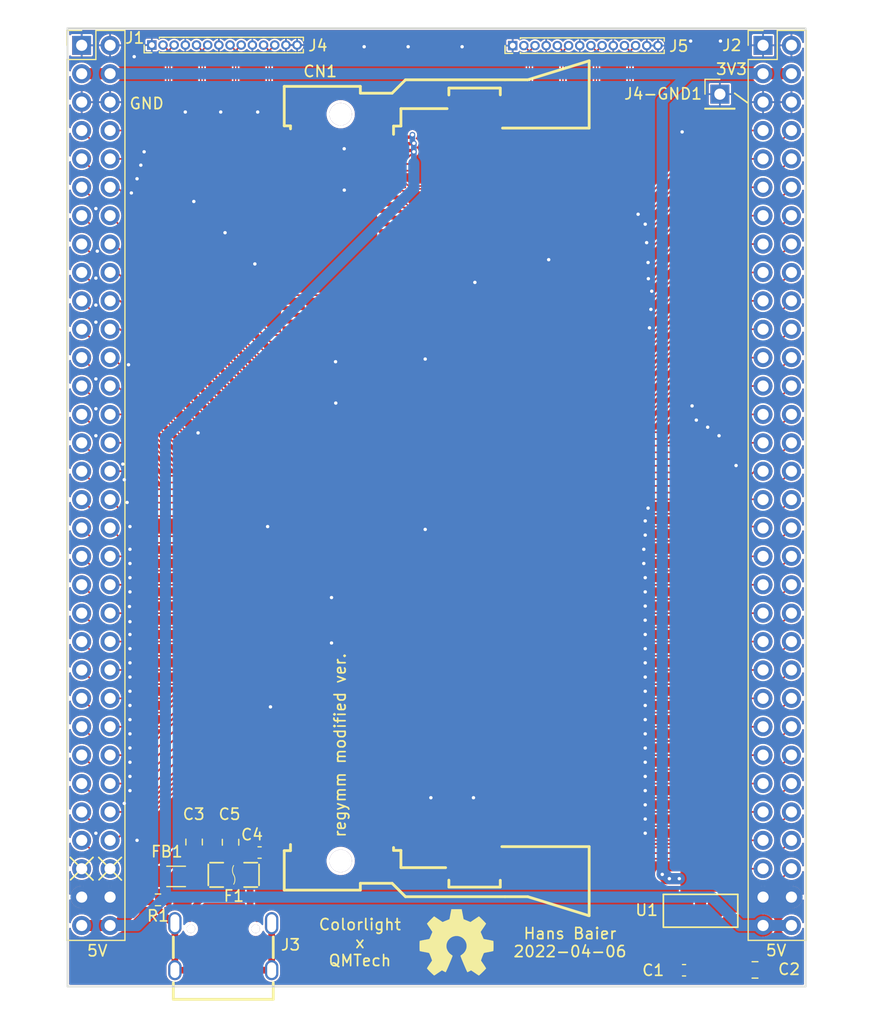
<source format=kicad_pcb>
(kicad_pcb (version 20211014) (generator pcbnew)
  (layers (0 "F.Cu" signal) (31 "B.Cu" signal) (34 "B.Paste" user) (35 "F.Paste" user) (36 "B.SilkS" user "B.Silkscreen") (37 "F.SilkS" user "F.Silkscreen") (38 "B.Mask" user) (39 "F.Mask" user) (44 "Edge.Cuts" user))
  (net 0 "")
  (net 1 "GND")
  (net 2 "+3V3")
  (net 3 "+5V")
  (net 4 "/eth1_1+")
  (net 5 "/eth2_1+")
  (net 6 "/eth1_1-")
  (net 7 "/eth2_1-")
  (net 8 "/eth1_2-")
  (net 9 "/eth2_2-")
  (net 10 "/eth1_2+")
  (net 11 "/eth2_2+")
  (net 12 "/eth1_3+")
  (net 13 "/eth2_3+")
  (net 14 "/eth1_3-")
  (net 15 "/eth2_3-")
  (net 16 "/eth1_4-")
  (net 17 "/eth2_4-")
  (net 18 "/eth1_4+")
  (net 19 "/eth2_4+")
  (net 20 "/U16")
  (net 21 "/R1")
  (net 23 "/T1")
  (net 25 "/U1")
  (net 27 "/Y2")
  (net 28 "/K18")
  (net 29 "/W1")
  (net 30 "/C18")
  (net 31 "/V1")
  (net 33 "/M1")
  (net 34 "/T18")
  (net 35 "/N2")
  (net 36 "/R18")
  (net 37 "/N3")
  (net 38 "/R17")
  (net 39 "/T2")
  (net 40 "/P17")
  (net 41 "/M3")
  (net 42 "/M17")
  (net 43 "/T3")
  (net 44 "/T17")
  (net 45 "/R3")
  (net 46 "/U18")
  (net 47 "/N4")
  (net 48 "/U17")
  (net 49 "/M4")
  (net 50 "/P18")
  (net 51 "/L4")
  (net 52 "/N17")
  (net 53 "/L5")
  (net 54 "/N18")
  (net 55 "/P16")
  (net 56 "/M18")
  (net 57 "/J16")
  (net 58 "/L20")
  (net 59 "/J18")
  (net 60 "/L18")
  (net 61 "/J17")
  (net 62 "/K20")
  (net 63 "/H18")
  (net 64 "/K19")
  (net 65 "/H17")
  (net 66 "/J20")
  (net 67 "/G18")
  (net 68 "/J19")
  (net 69 "/H16")
  (net 70 "/H20")
  (net 71 "/F18")
  (net 72 "/G20")
  (net 73 "/G16")
  (net 74 "/G19")
  (net 75 "/E18")
  (net 76 "/F20")
  (net 77 "/F17")
  (net 78 "/F19")
  (net 79 "/F16")
  (net 80 "/E20")
  (net 81 "/E16")
  (net 82 "/E19")
  (net 83 "/E17")
  (net 84 "/D20")
  (net 85 "/D18")
  (net 86 "/D19")
  (net 87 "/D17")
  (net 88 "/C20")
  (net 89 "/G5")
  (net 90 "/B20")
  (net 91 "/D16")
  (net 92 "/B19")
  (net 93 "/F5")
  (net 94 "/B18")
  (net 95 "/E6")
  (net 96 "/A19")
  (net 97 "/E5")
  (net 98 "/C17")
  (net 99 "/F4")
  (net 100 "/A18")
  (net 101 "/E4")
  (net 102 "/D3")
  (net 103 "/F1")
  (net 104 "/C4")
  (net 105 "/F3")
  (net 106 "/B4")
  (net 107 "/G3")
  (net 108 "/C3")
  (net 109 "/H3")
  (net 110 "/E3")
  (net 111 "/H4")
  (net 112 "/A3")
  (net 113 "/H5")
  (net 114 "/C2")
  (net 115 "/J4")
  (net 116 "/B1")
  (net 117 "/J5")
  (net 118 "/C1")
  (net 119 "/K3")
  (net 120 "/D2")
  (net 121 "/K4")
  (net 122 "/D1")
  (net 123 "/K5")
  (net 124 "/E2")
  (net 125 "/B3")
  (net 126 "/E1")
  (net 127 "/A2")
  (net 128 "/F2")
  (net 129 "/B2")
  (net 170 "Net-(F1-Pad2)")
  (net 181 "Net-(J3-PadS1)")
  (net 182 "/5V_FILTER")
  (footprint "Connector_PinHeader_2.54mm:PinHeader_2x32_P2.54mm_Vertical" (layer "F.Cu") (at 95.25 42.164)
    (fp_text reference "J1")
    (fp_text value "Conn_02x32_Odd_Even")
  )
  (footprint "Capacitor_SMD:C_0603_1608Metric" (layer "F.Cu") (at 149.142 124.907)
    (fp_text reference "C1")
    (fp_text value "100n")
  )
  (footprint "Capacitor_SMD:C_0603_1608Metric" (layer "F.Cu") (at 111.1684 114.3764 180)
    (fp_text reference "C4")
    (fp_text value "100n")
  )
  (footprint "Capacitor_SMD:C_0805_2012Metric" (layer "F.Cu") (at 105.3084 113.4364 -90)
    (fp_text reference "C3")
    (fp_text value "10n")
  )
  (footprint "Connector_PinHeader_1.00mm:PinHeader_1x14_P1.00mm_Vertical" (layer "F.Cu") (at 133.8096 42.1894 90)
    (fp_text reference "J5")
    (fp_text value "Conn_01x14_Male" hide)
  )
  (footprint "easyeda2kicad:SO-DIMM-SMD_200P-P0.60_1473005-4" (layer "F.Cu") (at 122.3225 81.728)
    (fp_text reference "CN1")
    (fp_text value "1473005-4")
  )
  (footprint "Symbols:OSHW-Symbol_6.7x6mm_SilkScreen" (layer "F.Cu") (at 128.778 122.428)
    (fp_text reference "N1" hide)
    (fp_text value "OHWLOGO" hide)
  )
  (footprint "Capacitor_SMD:C_0805_2012Metric" (layer "F.Cu") (at 155.492 124.877 180)
    (fp_text reference "C2")
    (fp_text value "10u")
  )
  (footprint "easyeda2kicad:SOT-223-3_L6.5-W3.4-P2.30-LS7.0-BR" (layer "F.Cu") (at 150.622 119.687 -90)
    (fp_text reference "U1")
    (fp_text value "AMS1117-3.3")
  )
  (footprint "Connector_PinHeader_2.54mm:PinHeader_2x32_P2.54mm_Vertical" (layer "F.Cu") (at 156.21 42.164)
    (fp_text reference "J2")
    (fp_text value "Conn_02x32_Odd_Even")
  )
  (footprint "Capacitor_SMD:C_0805_2012Metric" (layer "F.Cu") (at 108.5684 113.4564 -90)
    (fp_text reference "C5")
    (fp_text value "10u")
  )
  (footprint "Connector_PinHeader_1.00mm:PinHeader_1x14_P1.00mm_Vertical" (layer "F.Cu") (at 101.5238 42.1386 90)
    (fp_text reference "J4")
    (fp_text value "Conn_01x14_Male" hide)
  )
  (footprint "Connector_PinHeader_2.54mm:PinHeader_1x01_P2.54mm_Vertical" (layer "F.Cu") (at 152.3492 46.5328)
    (fp_text reference "J4-GND1")
    (fp_text value "Conn_01x01_Male")
  )
  (footprint "easyeda2kicad:USB-C_SMD-TYPE-C-31-M-12" (layer "F.Cu") (at 107.919 122.42)
    (fp_text reference "J3")
    (fp_text value "Connector_USB_C_Receptacle_USB2.0")
  )
  (footprint "Resistor_SMD:R_0603_1608Metric" (layer "F.Cu") (at 102.079 118.61 180)
    (fp_text reference "R1")
    (fp_text value "1M")
  )
  (footprint "Inductor_SMD:L_1206_3216Metric" (layer "F.Cu") (at 103.699 116.514)
    (fp_text reference "FB1")
    (fp_text value "2A")
  )
  (footprint "easyeda2kicad:F1206" (layer "F.Cu") (at 108.849 116.374)
    (fp_text reference "F1")
    (fp_text value "JK-NSMD050-30V")
  )
  (gr_line (start 153.67 46.4566) (end 154.813 47.2948) (layer "F.SilkS") (width 0.15))
  (gr_line (start 94.2594 116.8146) (end 96.266 114.808) (layer "F.SilkS") (width 0.15))
  (gr_line (start 96.7994 116.8146) (end 98.806 114.808) (layer "F.SilkS") (width 0.15))
  (gr_line (start 96.774 114.808) (end 98.806 116.84) (layer "F.SilkS") (width 0.15))
  (gr_line (start 94.234 114.808) (end 96.266 116.84) (layer "F.SilkS") (width 0.15))
  (gr_rect (start 93.98 126.365) (end 160.02 40.64) (layer "Edge.Cuts") (width 0.15) (fill none))
  (gr_text "Hans Baier\n2022-04-06" (at 138.938 122.428) (layer "F.SilkS") (effects (font (size 1 1))))
  (gr_text "Colorlight\nx\nQMTech\n" (at 120.142 122.428) (layer "F.SilkS") (effects (font (size 1 1))))
  (gr_text "5V" (at 157.3784 123.1392) (layer "F.SilkS") (effects (font (size 1 1))))
  (gr_text "5V" (at 96.647 123.1646) (layer "F.SilkS") (effects (font (size 1 1))))
  (gr_text "regymm modified ver. " (at 118.364 104.394 90) (layer "F.SilkS") (effects (font (size 1 1))))
  (gr_text "GND" (at 101.0666 47.371) (layer "F.SilkS") (effects (font (size 1 1))))
  (gr_text "3V3" (at 153.3906 44.2976) (layer "F.SilkS") (effects (font (size 1 1))))
  (segment (start 108.5684 112.5064) (end 108.3184 112.5064) (width 1) (layer "F.Cu") (net 1))
  (segment (start 148.367 124.907) (end 148.367 122.702) (width 1) (layer "F.Cu") (net 1))
  (segment (start 156.672 124.968) (end 158.242 124.968) (width 1) (layer "F.Cu") (net 1))
  (segment (start 148.367 122.702) (end 148.322 122.657) (width 1) (layer "F.Cu") (net 1))
  (via (at 146.05 67.437) (size 0.50038) (drill 0.30226) (layers "F.Cu" "B.Cu") (net 1))
  (via (at 152.273 77.089) (size 0.50038) (drill 0.30226) (layers "F.Cu" "B.Cu") (net 1))
  (via (at 118.745 55.118) (size 0.50038) (drill 0.30226) (layers "F.Cu" "B.Cu") (net 1))
  (via (at 145.669 105.029) (size 0.50038) (drill 0.30226) (layers "F.Cu" "B.Cu") (net 1))
  (via (at 99.06 81.026) (size 0.50038) (drill 0.30226) (layers "F.Cu" "B.Cu") (net 1))
  (via (at 125.984 85.471) (size 0.50038) (drill 0.30226) (layers "F.Cu" "B.Cu") (net 1))
  (via (at 99.568 87.249) (size 0.50038) (drill 0.30226) (layers "F.Cu" "B.Cu") (net 1))
  (via (at 149.733 41.783) (size 0.50038) (drill 0.30226) (layers "F.Cu" "B.Cu") (net 1))
  (via (at 148.971 49.911) (size 0.50038) (drill 0.30226) (layers "F.Cu" "B.Cu") (net 1))
  (via (at 110.744 61.722) (size 0.50038) (drill 0.30226) (layers "F.Cu" "B.Cu") (net 1))
  (via (at 126.492 109.474) (size 0.50038) (drill 0.30226) (layers "F.Cu" "B.Cu") (net 1))
  (via (at 111.887 85.217) (size 0.50038) (drill 0.30226) (layers "F.Cu" "B.Cu") (net 1))
  (via (at 145.923 61.595) (size 0.50038) (drill 0.30226) (layers "F.Cu" "B.Cu") (net 1))
  (via (at 145.669 111.379) (size 0.50038) (drill 0.30226) (layers "F.Cu" "B.Cu") (net 1))
  (via (at 99.949 43.18) (size 0.50038) (drill 0.30226) (layers "F.Cu" "B.Cu") (net 1))
  (via (at 124.46 42.291) (size 0.50038) (drill 0.30226) (layers "F.Cu" "B.Cu") (net 1))
  (via (at 145.669 98.679) (size 0.50038) (drill 0.30226) (layers "F.Cu" "B.Cu") (net 1))
  (via (at 146.177 65.786) (size 0.50038) (drill 0.30226) (layers "F.Cu" "B.Cu") (net 1))
  (via (at 145.669 101.219) (size 0.50038) (drill 0.30226) (layers "F.Cu" "B.Cu") (net 1))
  (via (at 145.669 102.489) (size 0.50038) (drill 0.30226) (layers "F.Cu" "B.Cu") (net 1))
  (via (at 99.568 102.489) (size 0.50038) (drill 0.30226) (layers "F.Cu" "B.Cu") (net 1))
  (via (at 96.52 66.929) (size 0.50038) (drill 0.30226) (layers "F.Cu" "B.Cu") (net 1))
  (via (at 145.542 88.519) (size 0.50038) (drill 0.30226) (layers "F.Cu" "B.Cu") (net 1))
  (via (at 100.203 54.102) (size 0.50038) (drill 0.30226) (layers "F.Cu" "B.Cu") (net 1))
  (via (at 107.689254 48.131604) (size 0.50038) (drill 0.30226) (layers "F.Cu" "B.Cu") (net 1))
  (via (at 99.568 101.219) (size 0.50038) (drill 0.30226) (layers "F.Cu" "B.Cu") (net 1))
  (via (at 99.568 97.409) (size 0.50038) (drill 0.30226) (layers "F.Cu" "B.Cu") (net 1))
  (via (at 117.963461 70.469648) (size 0.50038) (drill 0.30226) (layers "F.Cu" "B.Cu") (net 1))
  (via (at 100.541935 52.88709) (size 0.50038) (drill 0.30226) (layers "F.Cu" "B.Cu") (net 1))
  (via (at 96.52 62.992) (size 0.50038) (drill 0.30226) (layers "F.Cu" "B.Cu") (net 1))
  (via (at 96.52 56.769) (size 0.50038) (drill 0.30226) (layers "F.Cu" "B.Cu") (net 1))
  (via (at 145.669 112.649) (size 0.50038) (drill 0.30226) (layers "F.Cu" "B.Cu") (net 1))
  (via (at 99.568 96.139) (size 0.50038) (drill 0.30226) (layers "F.Cu" "B.Cu") (net 1))
  (via (at 145.669 94.869) (size 0.50038) (drill 0.30226) (layers "F.Cu" "B.Cu") (net 1))
  (via (at 110.998 48.133) (size 0.50038) (drill 0.30226) (layers "F.Cu" "B.Cu") (net 1))
  (via (at 99.568 107.569) (size 0.50038) (drill 0.30226) (layers "F.Cu" "B.Cu") (net 1))
  (via (at 96.52 72.009) (size 0.50038) (drill 0.30226) (layers "F.Cu" "B.Cu") (net 1))
  (via (at 99.568 93.726) (size 0.50038) (drill 0.30226) (layers "F.Cu" "B.Cu") (net 1))
  (via (at 153.797 79.756) (size 0.50038) (drill 0.30226) (layers "F.Cu" "B.Cu") (net 1))
  (via (at 99.568 103.759) (size 0.50038) (drill 0.30226) (layers "F.Cu" "B.Cu") (net 1))
  (via (at 96.52 112.649) (size 0.50038) (drill 0.30226) (layers "F.Cu" "B.Cu") (net 1))
  (via (at 145.663714 93.593173) (size 0.50038) (drill 0.30226) (layers "F.Cu" "B.Cu") (net 1))
  (via (at 96.52 74.676) (size 0.50038) (drill 0.30226) (layers "F.Cu" "B.Cu") (net 1))
  (via (at 151.257 76.327) (size 0.50038) (drill 0.30226) (layers "F.Cu" "B.Cu") (net 1))
  (via (at 118.737789 51.417089) (size 0.50038) (drill 0.30226) (layers "F.Cu" "B.Cu") (net 1))
  (via (at 100.838 51.689) (size 0.50038) (drill 0.30226) (layers "F.Cu" "B.Cu") (net 1))
  (via (at 99.314 83.058) (size 0.50038) (drill 0.30226) (layers "F.Cu" "B.Cu") (net 1))
  (via (at 145.9484 63.0428) (size 0.50038) (drill 0.30226) (layers "F.Cu" "B.Cu") (net 1))
  (via (at 145.796 59.817) (size 0.50038) (drill 0.30226) (layers "F.Cu" "B.Cu") (net 1))
  (via (at 130.302 109.474) (size 0.50038) (drill 0.30226) (layers "F.Cu" "B.Cu") (net 1))
  (via (at 99.695 55.372) (size 0.50038) (drill 0.30226) (layers "F.Cu" "B.Cu") (net 1))
  (via (at 145.669 106.299) (size 0.50038) (drill 0.30226) (layers "F.Cu" "B.Cu") (net 1))
  (via (at 145.542 87.249) (size 0.50038) (drill 0.30226) (layers "F.Cu" "B.Cu") (net 1))
  (via (at 145.923 83.566) (size 0.50038) (drill 0.30226) (layers "F.Cu" "B.Cu") (net 1))
  (via (at 99.568 98.679) (size 0.50038) (drill 0.30226) (layers "F.Cu" "B.Cu") (net 1))
  (via (at 99.568 106.299) (size 0.50038) (drill 0.30226) (layers "F.Cu" "B.Cu") (net 1))
  (via (at 104.520069 48.131604) (size 0.50038) (drill 0.30226) (layers "F.Cu" "B.Cu") (net 1))
  (via (at 145.669 108.839) (size 0.50038) (drill 0.30226) (layers "F.Cu" "B.Cu") (net 1))
  (via (at 99.06 109.982) (size 0.50038) (drill 0.30226) (layers "F.Cu" "B.Cu") (net 1))
  (via (at 145.669 84.709) (size 0.50038) (drill 0.30226) (layers "F.Cu" "B.Cu") (net 1))
  (via (at 96.52 65.405) (size 0.50038) (drill 0.30226) (layers "F.Cu" "B.Cu") (net 1))
  (via (at 96.52 77.089) (size 0.50038) (drill 0.30226) (layers "F.Cu" "B.Cu") (net 1))
  (via (at 100.203 113.284) (size 0.50038) (drill 0.30226) (layers "F.Cu" "B.Cu") (net 1))
  (via (at 99.568 94.869) (size 0.50038) (drill 0.30226) (layers "F.Cu" "B.Cu") (net 1))
  (via (at 145.669 103.759) (size 0.50038) (drill 0.30226) (layers "F.Cu" "B.Cu") (net 1))
  (via (at 99.568 89.789) (size 0.50038) (drill 0.30226) (layers "F.Cu" "B.Cu") (net 1))
  (via (at 145.034 57.277) (size 0.50038) (drill 0.30226) (layers "F.Cu" "B.Cu") (net 1))
  (via (at 105.283 56.134) (size 0.50038) (drill 0.30226) (layers "F.Cu" "B.Cu") (net 1))
  (via (at 96.647 60.579) (size 0.50038) (drill 0.30226) (layers "F.Cu" "B.Cu") (net 1))
  (via (at 112.141 101.346) (size 0.50038) (drill 0.30226) (layers "F.Cu" "B.Cu") (net 1))
  (via (at 117.602 91.567) (size 0.50038) (drill 0.30226) (layers "F.Cu" "B.Cu") (net 1))
  (via (at 99.568 88.519) (size 0.50038) (drill 0.30226) (layers "F.Cu" "B.Cu") (net 1))
  (via (at 145.669 96.139) (size 0.50038) (drill 0.30226) (layers "F.Cu" "B.Cu") (net 1))
  (via (at 137.033 61.341) (size 0.50038) (drill 0.30226) (layers "F.Cu" "B.Cu") (net 1))
  (via (at 145.669 97.409) (size 0.50038) (drill 0.30226) (layers "F.Cu" "B.Cu") (net 1))
  (via (at 108.077 58.928) (size 0.50038) (drill 0.30226) (layers "F.Cu" "B.Cu") (net 1))
  (via (at 117.602 95.631) (size 0.50038) (drill 0.30226) (layers "F.Cu" "B.Cu") (net 1))
  (via (at 99.56477 105.02083) (size 0.50038) (drill 0.30226) (layers "F.Cu" "B.Cu") (net 1))
  (via (at 149.86 74.422) (size 0.50038) (drill 0.30226) (layers "F.Cu" "B.Cu") (net 1))
  (via (at 145.669 99.949) (size 0.50038) (drill 0.30226) (layers "F.Cu" "B.Cu") (net 1))
  (via (at 145.669 89.789) (size 0.50038) (drill 0.30226) (layers "F.Cu" "B.Cu") (net 1))
  (via (at 117.983 74.168) (size 0.50038) (drill 0.30226) (layers "F.Cu" "B.Cu") (net 1))
  (via (at 130.429 63.373) (size 0.50038) (drill 0.30226) (layers "F.Cu" "B.Cu") (net 1))
  (via (at 145.669 85.979) (size 0.50038) (drill 0.30226) (layers "F.Cu" "B.Cu") (net 1))
  (via (at 99.568 91.059) (size 0.50038) (drill 0.30226) (layers "F.Cu" "B.Cu") (net 1))
  (via (at 152.4 41.783) (size 0.50038) (drill 0.30226) (layers "F.Cu" "B.Cu") (net 1))
  (via (at 105.664 76.835) (size 0.50038) (drill 0.30226) (layers "F.Cu" "B.Cu") (net 1))
  (via (at 125.984 70.231) (size 0.50038) (drill 0.30226) (layers "F.Cu" "B.Cu") (net 1))
  (via (at 99.441 70.739) (size 0.50038) (drill 0.30226) (layers "F.Cu" "B.Cu") (net 1))
  (via (at 99.568 99.949) (size 0.50038) (drill 0.30226) (layers "F.Cu" "B.Cu") (net 1))
  (via (at 146.2532 64.1604) (size 0.50038) (drill 0.30226) (layers "F.Cu" "B.Cu") (net 1))
  (via (at 145.669 58.166) (size 0.50038) (drill 0.30226) (layers "F.Cu" "B.Cu") (net 1))
  (via (at 145.669 107.569) (size 0.50038) (drill 0.30226) (layers "F.Cu" "B.Cu") (net 1))
  (via (at 99.568 108.839) (size 0.50038) (drill 0.30226) (layers "F.Cu" "B.Cu") (net 1))
  (via (at 150.241 75.692) (size 0.50038) (drill 0.30226) (layers "F.Cu" "B.Cu") (net 1))
  (via (at 120.523 42.291) (size 0.50038) (drill 0.30226) (layers "F.Cu" "B.Cu") (net 1))
  (via (at 129.286 42.291) (size 0.50038) (drill 0.30226) (layers "F.Cu" "B.Cu") (net 1))
  (via (at 99.568 85.217) (size 0.50038) (drill 0.30226) (layers "F.Cu" "B.Cu") (net 1))
  (via (at 145.669 91.059) (size 0.50038) (drill 0.30226) (layers "F.Cu" "B.Cu") (net 1))
  (via (at 145.669 92.329) (size 0.50038) (drill 0.30226) (layers "F.Cu" "B.Cu") (net 1))
  (via (at 98.933 79.629) (size 0.50038) (drill 0.30226) (layers "F.Cu" "B.Cu") (net 1))
  (via (at 145.669 110.109) (size 0.50038) (drill 0.30226) (layers "F.Cu" "B.Cu") (net 1))
  (via (at 99.525821 92.372221) (size 0.50038) (drill 0.30226) (layers "F.Cu" "B.Cu") (net 1))
  (segment (start 95.25 118.364) (end 99.568 118.364) (width 2) (layer "B.Cu") (net 1))
  (segment (start 158.75 118.364) (end 153.924 118.364) (width 2) (layer "B.Cu") (net 1))
  (segment (start 150.622 122.657) (end 150.622 116.717) (width 1) (layer "F.Cu") (net 2))
  (segment (start 147.578 116.717) (end 147.193 116.332) (width 1) (layer "F.Cu") (net 2))
  (segment (start 156.21 44.704) (end 158.75 44.704) (width 1) (layer "F.Cu") (net 2))
  (segment (start 150.652 124.667) (end 150.652 122.687) (width 1) (layer "F.Cu") (net 2))
  (segment (start 150.412 124.907) (end 150.652 124.667) (width 1) (layer "F.Cu") (net 2))
  (segment (start 150.652 122.687) (end 150.622 122.657) (width 1) (layer "F.Cu") (net 2))
  (segment (start 150.622 116.717) (end 147.578 116.717) (width 1) (layer "F.Cu") (net 2))
  (segment (start 95.25 44.704) (end 97.79 44.704) (width 1) (layer "F.Cu") (net 2))
  (segment (start 149.917 124.907) (end 150.412 124.907) (width 1) (layer "F.Cu") (net 2))
  (via (at 148.717 116.713) (size 0.50038) (drill 0.30226) (layers "F.Cu" "B.Cu") (net 2))
  (via (at 147.193 116.332) (size 0.50038) (drill 0.30226) (layers "F.Cu" "B.Cu") (net 2))
  (via (at 147.828 116.713) (size 0.50038) (drill 0.30226) (layers "F.Cu" "B.Cu") (net 2))
  (segment (start 97.79 44.704) (end 156.21 44.704) (width 1) (layer "B.Cu") (net 2))
  (segment (start 147.447 116.332) (end 147.828 116.713) (width 1) (layer "B.Cu") (net 2))
  (segment (start 147.193 47.117) (end 149.606 44.704) (width 1) (layer "B.Cu") (net 2))
  (segment (start 147.193 116.332) (end 147.447 116.332) (width 1) (layer "B.Cu") (net 2))
  (segment (start 147.828 116.713) (end 148.717 116.713) (width 1) (layer "B.Cu") (net 2))
  (segment (start 147.193 116.332) (end 147.193 47.117) (width 1) (layer "B.Cu") (net 2))
  (segment (start 149.606 44.704) (end 156.21 44.704) (width 1) (layer "B.Cu") (net 2))
  (segment (start 102.124 116.514) (end 100.656 116.514) (width 1) (layer "F.Cu") (net 3))
  (segment (start 124.514 52.778) (end 124.968 52.324) (width 0.15) (layer "F.Cu") (net 3))
  (segment (start 100.656 116.514) (end 99.822 117.348) (width 1) (layer "F.Cu") (net 3))
  (segment (start 105.2434 114.4514) (end 105.3084 114.3864) (width 1) (layer "F.Cu") (net 3))
  (segment (start 122.8225 50.378) (end 124.508 50.378) (width 0.3) (layer "F.Cu") (net 3))
  (segment (start 97.79 120.904) (end 95.25 120.904) (width 1) (layer "F.Cu") (net 3))
  (segment (start 122.8225 53.378) (end 124.549 53.378) (width 0.15) (layer "F.Cu") (net 3))
  (segment (start 124.549 53.378) (end 124.968 52.959) (width 0.15) (layer "F.Cu") (net 3))
  (segment (start 124.508 50.973) (end 124.922 50.973) (width 0.3) (layer "F.Cu") (net 3))
  (segment (start 124.854 51.575) (end 124.968 51.689) (width 0.3) (layer "F.Cu") (net 3))
  (segment (start 122.8145 51.575) (end 124.5 51.575) (width 0.3) (layer "F.Cu") (net 3))
  (segment (start 153.334 120.904) (end 153.334 123.616) (width 2) (layer "F.Cu") (net 3))
  (segment (start 124.479 52.178) (end 124.968 51.689) (width 0.15) (layer "F.Cu") (net 3))
  (segment (start 122.8225 50.973) (end 124.508 50.973) (width 0.3) (layer "F.Cu") (net 3))
  (segment (start 156.21 120.904) (end 153.334 120.904) (width 2) (layer "F.Cu") (net 3))
  (segment (start 124.508 50.378) (end 124.628 50.378) (width 0.3) (layer "F.Cu") (net 3))
  (segment (start 124.628 50.378) (end 124.841 50.165) (width 0.3) (layer "F.Cu") (net 3))
  (segment (start 122.8225 52.778) (end 124.514 52.778) (width 0.15) (layer "F.Cu") (net 3))
  (segment (start 124.5 51.575) (end 124.854 51.575) (width 0.3) (layer "F.Cu") (net 3))
  (segment (start 103.8098 114.427) (end 105.3084 114.3864) (width 1) (layer "F.Cu") (net 3))
  (segment (start 124.968 52.959) (end 124.968 51.689) (width 0.15) (layer "F.Cu") (net 3))
  (segment (start 99.822 119.507) (end 98.425 120.904) (width 1) (layer "F.Cu") (net 3))
  (segment (start 152.922 122.657) (end 152.922 123.257) (width 1) (layer "F.Cu") (net 3))
  (segment (start 99.822 117.348) (end 99.822 119.507) (width 1) (layer "F.Cu") (net 3))
  (segment (start 102.124 116.514) (end 103.8098 114.427) (width 1) (layer "F.Cu") (net 3))
  (segment (start 122.8225 52.178) (end 124.479 52.178) (width 0.15) (layer "F.Cu") (net 3))
  (segment (start 124.968 52.324) (end 124.968 51.689) (width 0.15) (layer "F.Cu") (net 3))
  (segment (start 98.425 120.904) (end 97.79 120.904) (width 1) (layer "F.Cu") (net 3))
  (segment (start 124.922 50.973) (end 124.968 50.927) (width 0.3) (layer "F.Cu") (net 3))
  (segment (start 153.334 123.616) (end 153.924 124.206) (width 2) (layer "F.Cu") (net 3))
  (via (at 124.968 50.927) (size 0.50038) (drill 0.30226) (layers "F.Cu" "B.Cu") (net 3))
  (via (at 124.968 51.689) (size 0.50038) (drill 0.30226) (layers "F.Cu" "B.Cu") (net 3))
  (via (at 124.841 50.165) (size 0.50038) (drill 0.30226) (layers "F.Cu" "B.Cu") (net 3))
  (segment (start 102.743 77.216) (end 102.743 118.364) (width 0.9906) (layer "B.Cu") (net 3))
  (segment (start 124.968 51.689) (end 124.968 52.705) (width 0.508) (layer "B.Cu") (net 3))
  (segment (start 124.968 50.927) (end 124.968 51.689) (width 0.508) (layer "B.Cu") (net 3))
  (segment (start 154.163075 120.904) (end 156.21 120.904) (width 1) (layer "B.Cu") (net 3))
  (segment (start 124.968 54.991) (end 102.743 77.216) (width 0.9906) (layer "B.Cu") (net 3))
  (segment (start 124.841 50.8) (end 124.968 50.927) (width 0.3) (layer "B.Cu") (net 3))
  (segment (start 124.968 52.705) (end 124.968 54.991) (width 0.9906) (layer "B.Cu") (net 3))
  (segment (start 124.841 50.165) (end 124.841 50.8) (width 0.508) (layer "B.Cu") (net 3))
  (segment (start 97.79 120.904) (end 100.203 120.904) (width 1) (layer "B.Cu") (net 3))
  (segment (start 156.21 120.904) (end 158.75 120.904) (width 1) (layer "B.Cu") (net 3))
  (segment (start 102.743 118.364) (end 151.623075 118.364) (width 1) (layer "B.Cu") (net 3))
  (segment (start 151.623075 118.364) (end 154.163075 120.904) (width 1) (layer "B.Cu") (net 3))
  (segment (start 100.203 120.904) (end 102.743 118.364) (width 1) (layer "B.Cu") (net 3))
  (segment (start 112.150801 42.511599) (end 112.5238 42.1386) (width 0.127) (layer "F.Cu") (net 4))
  (segment (start 112.150801 48.556805) (end 112.150801 42.511599) (width 0.127) (layer "F.Cu") (net 4))
  (segment (start 112.722499 54.278) (end 112.549499 54.451) (width 0.127) (layer "F.Cu") (net 4))
  (segment (start 110.109 53.668394) (end 110.109 50.598606) (width 0.127) (layer "F.Cu") (net 4))
  (segment (start 110.891606 54.451) (end 110.109 53.668394) (width 0.127) (layer "F.Cu") (net 4))
  (segment (start 112.549499 54.451) (end 110.891606 54.451) (width 0.127) (layer "F.Cu") (net 4))
  (segment (start 110.109 50.598606) (end 112.150801 48.556805) (width 0.127) (layer "F.Cu") (net 4))
  (segment (start 114.2225 54.278) (end 112.722499 54.278) (width 0.127) (layer "F.Cu") (net 4))
  (segment (start 122.8225 54.578) (end 124.322501 54.578) (width 0.127) (layer "F.Cu") (net 5))
  (segment (start 124.495501 54.751) (end 131.378394 54.751) (width 0.127) (layer "F.Cu") (net 5))
  (segment (start 131.378394 54.751) (end 135.182599 50.946795) (width 0.127) (layer "F.Cu") (net 5))
  (segment (start 135.182599 42.562399) (end 134.8096 42.1894) (width 0.127) (layer "F.Cu") (net 5))
  (segment (start 135.182599 50.946795) (end 135.182599 42.562399) (width 0.127) (layer "F.Cu") (net 5))
  (segment (start 124.322501 54.578) (end 124.495501 54.751) (width 0.127) (layer "F.Cu") (net 5))
  (segment (start 112.722499 54.878) (end 112.549499 54.705) (width 0.127) (layer "F.Cu") (net 6))
  (segment (start 112.549499 54.705) (end 110.786394 54.705) (width 0.127) (layer "F.Cu") (net 6))
  (segment (start 109.855 53.773606) (end 109.855 50.493394) (width 0.127) (layer "F.Cu") (net 6))
  (segment (start 109.855 50.493394) (end 111.896799 48.451595) (width 0.127) (layer "F.Cu") (net 6))
  (segment (start 114.2225 54.878) (end 112.722499 54.878) (width 0.127) (layer "F.Cu") (net 6))
  (segment (start 111.896799 42.511599) (end 111.5238 42.1386) (width 0.127) (layer "F.Cu") (net 6))
  (segment (start 110.786394 54.705) (end 109.855 53.773606) (width 0.127) (layer "F.Cu") (net 6))
  (segment (start 111.896799 48.451595) (end 111.896799 42.511599) (width 0.127) (layer "F.Cu") (net 6))
  (segment (start 122.8225 55.178) (end 124.322501 55.178) (width 0.127) (layer "F.Cu") (net 7))
  (segment (start 124.495501 55.005) (end 131.483606 55.005) (width 0.127) (layer "F.Cu") (net 7))
  (segment (start 135.436601 51.052005) (end 135.436601 42.562399) (width 0.127) (layer "F.Cu") (net 7))
  (segment (start 131.483606 55.005) (end 135.436601 51.052005) (width 0.127) (layer "F.Cu") (net 7))
  (segment (start 124.322501 55.178) (end 124.495501 55.005) (width 0.127) (layer "F.Cu") (net 7))
  (segment (start 135.436601 42.562399) (end 135.8096 42.1894) (width 0.127) (layer "F.Cu") (net 7))
  (segment (start 109.150801 42.511599) (end 109.5238 42.1386) (width 0.127) (layer "F.Cu") (net 8))
  (segment (start 111.294606 56.251) (end 109.150801 54.107195) (width 0.127) (layer "F.Cu") (net 8))
  (segment (start 112.549499 56.251) (end 111.294606 56.251) (width 0.127) (layer "F.Cu") (net 8))
  (segment (start 109.150801 54.107195) (end 109.150801 42.511599) (width 0.127) (layer "F.Cu") (net 8))
  (segment (start 112.722499 56.078) (end 112.549499 56.251) (width 0.127) (layer "F.Cu") (net 8))
  (segment (start 114.2225 56.078) (end 112.722499 56.078) (width 0.127) (layer "F.Cu") (net 8))
  (segment (start 138.182599 42.562399) (end 137.8096 42.1894) (width 0.127) (layer "F.Cu") (net 9))
  (segment (start 138.182599 50.359795) (end 138.182599 42.562399) (width 0.127) (layer "F.Cu") (net 9))
  (segment (start 122.8225 56.378) (end 124.322501 56.378) (width 0.127) (layer "F.Cu") (net 9))
  (segment (start 124.495501 56.551) (end 131.991394 56.551) (width 0.127) (layer "F.Cu") (net 9))
  (segment (start 124.322501 56.378) (end 124.495501 56.551) (width 0.127) (layer "F.Cu") (net 9))
  (segment (start 131.991394 56.551) (end 138.182599 50.359795) (width 0.127) (layer "F.Cu") (net 9))
  (segment (start 112.549499 56.505) (end 111.189394 56.505) (width 0.127) (layer "F.Cu") (net 10))
  (segment (start 108.896799 54.212405) (end 108.896799 42.511599) (width 0.127) (layer "F.Cu") (net 10))
  (segment (start 111.189394 56.505) (end 108.896799 54.212405) (width 0.127) (layer "F.Cu") (net 10))
  (segment (start 112.722499 56.678) (end 112.549499 56.505) (width 0.127) (layer "F.Cu") (net 10))
  (segment (start 114.2225 56.678) (end 112.722499 56.678) (width 0.127) (layer "F.Cu") (net 10))
  (segment (start 108.896799 42.511599) (end 108.5238 42.1386) (width 0.127) (layer "F.Cu") (net 10))
  (segment (start 124.495501 56.805) (end 132.096606 56.805) (width 0.127) (layer "F.Cu") (net 11))
  (segment (start 132.096606 56.805) (end 138.436601 50.465005) (width 0.127) (layer "F.Cu") (net 11))
  (segment (start 138.436601 50.465005) (end 138.436601 42.562399) (width 0.127) (layer "F.Cu") (net 11))
  (segment (start 122.8225 56.978) (end 124.322501 56.978) (width 0.127) (layer "F.Cu") (net 11))
  (segment (start 138.436601 42.562399) (end 138.8096 42.1894) (width 0.127) (layer "F.Cu") (net 11))
  (segment (start 124.322501 56.978) (end 124.495501 56.805) (width 0.127) (layer "F.Cu") (net 11))
  (segment (start 106.150801 42.511599) (end 106.5238 42.1386) (width 0.127) (layer "F.Cu") (net 12))
  (segment (start 112.722499 57.878) (end 112.549499 58.051) (width 0.127) (layer "F.Cu") (net 12))
  (segment (start 112.549499 58.051) (end 111.570606 58.051) (width 0.127) (layer "F.Cu") (net 12))
  (segment (start 111.570606 58.051) (end 106.150801 52.631195) (width 0.127) (layer "F.Cu") (net 12))
  (segment (start 106.150801 52.631195) (end 106.150801 42.511599) (width 0.127) (layer "F.Cu") (net 12))
  (segment (start 114.2225 57.878) (end 112.722499 57.878) (width 0.127) (layer "F.Cu") (net 12))
  (segment (start 141.182599 42.562399) (end 140.8096 42.1894) (width 0.127) (layer "F.Cu") (net 13))
  (segment (start 141.182599 49.899795) (end 141.182599 42.562399) (width 0.127) (layer "F.Cu") (net 13))
  (segment (start 124.322501 58.178) (end 124.495501 58.351) (width 0.127) (layer "F.Cu") (net 13))
  (segment (start 124.495501 58.351) (end 132.731394 58.351) (width 0.127) (layer "F.Cu") (net 13))
  (segment (start 122.8225 58.178) (end 124.322501 58.178) (width 0.127) (layer "F.Cu") (net 13))
  (segment (start 132.731394 58.351) (end 141.182599 49.899795) (width 0.127) (layer "F.Cu") (net 13))
  (segment (start 105.896799 52.736405) (end 105.896799 42.511599) (width 0.127) (layer "F.Cu") (net 14))
  (segment (start 111.465394 58.305) (end 105.896799 52.736405) (width 0.127) (layer "F.Cu") (net 14))
  (segment (start 112.549499 58.305) (end 111.465394 58.305) (width 0.127) (layer "F.Cu") (net 14))
  (segment (start 112.722499 58.478) (end 112.549499 58.305) (width 0.127) (layer "F.Cu") (net 14))
  (segment (start 105.896799 42.511599) (end 105.5238 42.1386) (width 0.127) (layer "F.Cu") (net 14))
  (segment (start 114.2225 58.478) (end 112.722499 58.478) (width 0.127) (layer "F.Cu") (net 14))
  (segment (start 122.8225 58.778) (end 124.322501 58.778) (width 0.127) (layer "F.Cu") (net 15))
  (segment (start 141.436601 50.005005) (end 141.436601 42.562399) (width 0.127) (layer "F.Cu") (net 15))
  (segment (start 132.836606 58.605) (end 141.436601 50.005005) (width 0.127) (layer "F.Cu") (net 15))
  (segment (start 141.436601 42.562399) (end 141.8096 42.1894) (width 0.127) (layer "F.Cu") (net 15))
  (segment (start 124.322501 58.778) (end 124.495501 58.605) (width 0.127) (layer "F.Cu") (net 15))
  (segment (start 124.495501 58.605) (end 132.836606 58.605) (width 0.127) (layer "F.Cu") (net 15))
  (segment (start 103.150801 51.028195) (end 103.150801 42.511599) (width 0.127) (layer "F.Cu") (net 16))
  (segment (start 103.150801 42.511599) (end 103.5238 42.1386) (width 0.127) (layer "F.Cu") (net 16))
  (segment (start 111.973606 59.851) (end 103.150801 51.028195) (width 0.127) (layer "F.Cu") (net 16))
  (segment (start 114.2225 59.678) (end 112.722499 59.678) (width 0.127) (layer "F.Cu") (net 16))
  (segment (start 112.722499 59.678) (end 112.549499 59.851) (width 0.127) (layer "F.Cu") (net 16))
  (segment (start 112.549499 59.851) (end 111.973606 59.851) (width 0.127) (layer "F.Cu") (net 16))
  (segment (start 144.182599 49.820795) (end 144.182599 42.562399) (width 0.127) (layer "F.Cu") (net 17))
  (segment (start 133.852394 60.151) (end 144.182599 49.820795) (width 0.127) (layer "F.Cu") (net 17))
  (segment (start 124.322501 59.978) (end 124.495501 60.151) (width 0.127) (layer "F.Cu") (net 17))
  (segment (start 144.182599 42.562399) (end 143.8096 42.1894) (width 0.127) (layer "F.Cu") (net 17))
  (segment (start 122.8225 59.978) (end 124.322501 59.978) (width 0.127) (layer "F.Cu") (net 17))
  (segment (start 124.495501 60.151) (end 133.852394 60.151) (width 0.127) (layer "F.Cu") (net 17))
  (segment (start 111.868394 60.105) (end 102.896799 51.133405) (width 0.127) (layer "F.Cu") (net 18))
  (segment (start 102.896799 51.133405) (end 102.896799 42.511599) (width 0.127) (layer "F.Cu") (net 18))
  (segment (start 112.549499 60.105) (end 111.868394 60.105) (width 0.127) (layer "F.Cu") (net 18))
  (segment (start 112.722499 60.278) (end 112.549499 60.105) (width 0.127) (layer "F.Cu") (net 18))
  (segment (start 114.2225 60.278) (end 112.722499 60.278) (width 0.127) (layer "F.Cu") (net 18))
  (segment (start 102.896799 42.511599) (end 102.5238 42.1386) (width 0.127) (layer "F.Cu") (net 18))
  (segment (start 133.957606 60.405) (end 144.436601 49.926005) (width 0.127) (layer "F.Cu") (net 19))
  (segment (start 144.436601 42.562399) (end 144.8096 42.1894) (width 0.127) (layer "F.Cu") (net 19))
  (segment (start 124.495501 60.405) (end 133.957606 60.405) (width 0.127) (layer "F.Cu") (net 19))
  (segment (start 124.322501 60.578) (end 124.495501 60.405) (width 0.127) (layer "F.Cu") (net 19))
  (segment (start 144.436601 49.926005) (end 144.436601 42.562399) (width 0.127) (layer "F.Cu") (net 19))
  (segment (start 122.8225 60.578) (end 124.322501 60.578) (width 0.127) (layer "F.Cu") (net 19))
  (segment (start 96.52 51.054) (end 95.25 49.784) (width 0.15) (layer "F.Cu") (net 20))
  (segment (start 99.441 51.054) (end 96.52 51.054) (width 0.15) (layer "F.Cu") (net 20))
  (segment (start 114.2225 65.678) (end 111.144 65.678) (width 0.15) (layer "F.Cu") (net 20))
  (segment (start 111.144 65.678) (end 102.235 56.769) (width 0.15) (layer "F.Cu") (net 20))
  (segment (start 102.235 53.848) (end 99.441 51.054) (width 0.15) (layer "F.Cu") (net 20))
  (segment (start 102.235 56.769) (end 102.235 53.848) (width 0.15) (layer "F.Cu") (net 20))
  (segment (start 103.124 56.388) (end 111.252 64.516) (width 0.15) (layer "F.Cu") (net 21))
  (segment (start 118.429 65.978) (end 122.8225 65.978) (width 0.15) (layer "F.Cu") (net 21))
  (segment (start 111.252 64.516) (end 116.967 64.516) (width 0.15) (layer "F.Cu") (net 21))
  (segment (start 116.967 64.516) (end 118.429 65.978) (width 0.15) (layer "F.Cu") (net 21))
  (segment (start 97.79 49.784) (end 99.695 49.784) (width 0.15) (layer "F.Cu") (net 21))
  (segment (start 99.695 49.784) (end 103.124 53.213) (width 0.15) (layer "F.Cu") (net 21))
  (segment (start 103.124 53.213) (end 103.124 56.388) (width 0.15) (layer "F.Cu") (net 21))
  (segment (start 122.8225 66.578) (end 134.971 66.578) (width 0.15) (layer "F.Cu") (net 23))
  (segment (start 151.765 49.784) (end 156.21 49.784) (width 0.15) (layer "F.Cu") (net 23))
  (segment (start 134.971 66.578) (end 151.765 49.784) (width 0.15) (layer "F.Cu") (net 23))
  (segment (start 122.8225 67.178) (end 135.9585 67.178) (width 0.15) (layer "F.Cu") (net 25))
  (segment (start 157.48 51.054) (end 158.75 49.784) (width 0.15) (layer "F.Cu") (net 25))
  (segment (start 152.0825 51.054) (end 157.48 51.054) (width 0.15) (layer "F.Cu") (net 25))
  (segment (start 135.9585 67.178) (end 152.0825 51.054) (width 0.15) (layer "F.Cu") (net 25))
  (segment (start 122.8225 67.778) (end 136.946 67.778) (width 0.15) (layer "F.Cu") (net 27))
  (segment (start 136.946 67.778) (end 152.4 52.324) (width 0.15) (layer "F.Cu") (net 27))
  (segment (start 152.4 52.324) (end 156.21 52.324) (width 0.15) (layer "F.Cu") (net 27))
  (segment (start 112.274 68.078) (end 101.346 57.15) (width 0.15) (layer "F.Cu") (net 28))
  (segment (start 101.346 57.15) (end 101.346 54.483) (width 0.15) (layer "F.Cu") (net 28))
  (segment (start 114.2225 68.078) (end 112.274 68.078) (width 0.15) (layer "F.Cu") (net 28))
  (segment (start 99.187 52.324) (end 97.79 52.324) (width 0.15) (layer "F.Cu") (net 28))
  (segment (start 101.346 54.483) (end 99.187 52.324) (width 0.15) (layer "F.Cu") (net 28))
  (segment (start 152.908 53.594) (end 157.48 53.594) (width 0.15) (layer "F.Cu") (net 29))
  (segment (start 122.8225 68.378) (end 138.124 68.378) (width 0.15) (layer "F.Cu") (net 29))
  (segment (start 138.124 68.378) (end 152.908 53.594) (width 0.15) (layer "F.Cu") (net 29))
  (segment (start 157.48 53.594) (end 158.75 52.324) (width 0.15) (layer "F.Cu") (net 29))
  (segment (start 98.933 53.594) (end 96.52 53.594) (width 0.15) (layer "F.Cu") (net 30))
  (segment (start 100.457 55.118) (end 98.933 53.594) (width 0.15) (layer "F.Cu") (net 30))
  (segment (start 114.2225 68.678) (end 112.112 68.678) (width 0.15) (layer "F.Cu") (net 30))
  (segment (start 96.52 53.594) (end 95.25 52.324) (width 0.15) (layer "F.Cu") (net 30))
  (segment (start 100.457 57.023) (end 100.457 55.118) (width 0.15) (layer "F.Cu") (net 30))
  (segment (start 112.112 68.678) (end 100.457 57.023) (width 0.15) (layer "F.Cu") (net 30))
  (segment (start 153.416 54.864) (end 156.21 54.864) (width 0.15) (layer "F.Cu") (net 31))
  (segment (start 139.302 68.978) (end 153.416 54.864) (width 0.15) (layer "F.Cu") (net 31))
  (segment (start 122.8225 68.978) (end 139.302 68.978) (width 0.15) (layer "F.Cu") (net 31))
  (segment (start 153.416 56.261) (end 157.353 56.261) (width 0.15) (layer "F.Cu") (net 33))
  (segment (start 122.8225 69.578) (end 140.099 69.578) (width 0.15) (layer "F.Cu") (net 33))
  (segment (start 157.353 56.261) (end 158.75 54.864) (width 0.15) (layer "F.Cu") (net 33))
  (segment (start 140.099 69.578) (end 153.416 56.261) (width 0.15) (layer "F.Cu") (net 33))
  (segment (start 98.425 54.864) (end 97.79 54.864) (width 0.15) (layer "F.Cu") (net 34))
  (segment (start 112.515 70.478) (end 99.822 57.785) (width 0.15) (layer "F.Cu") (net 34))
  (segment (start 99.822 56.261) (end 98.425 54.864) (width 0.15) (layer "F.Cu") (net 34))
  (segment (start 114.2225 70.478) (end 112.515 70.478) (width 0.15) (layer "F.Cu") (net 34))
  (segment (start 99.822 57.785) (end 99.822 56.261) (width 0.15) (layer "F.Cu") (net 34))
  (segment (start 153.797 57.404) (end 156.21 57.404) (width 0.15) (layer "F.Cu") (net 35))
  (segment (start 122.8225 70.778) (end 140.423 70.778) (width 0.15) (layer "F.Cu") (net 35))
  (segment (start 140.423 70.778) (end 153.797 57.404) (width 0.15) (layer "F.Cu") (net 35))
  (segment (start 114.2225 71.078) (end 112.353 71.078) (width 0.15) (layer "F.Cu") (net 36))
  (segment (start 112.353 71.078) (end 99.314 58.039) (width 0.15) (layer "F.Cu") (net 36))
  (segment (start 96.52 56.134) (end 95.25 54.864) (width 0.15) (layer "F.Cu") (net 36))
  (segment (start 99.314 58.039) (end 99.314 56.769) (width 0.15) (layer "F.Cu") (net 36))
  (segment (start 98.679 56.134) (end 96.52 56.134) (width 0.15) (layer "F.Cu") (net 36))
  (segment (start 99.314 56.769) (end 98.679 56.134) (width 0.15) (layer "F.Cu") (net 36))
  (segment (start 122.8225 71.378) (end 141.347 71.378) (width 0.15) (layer "F.Cu") (net 37))
  (segment (start 157.48 58.674) (end 158.75 57.404) (width 0.15) (layer "F.Cu") (net 37))
  (segment (start 141.347 71.378) (end 154.051 58.674) (width 0.15) (layer "F.Cu") (net 37))
  (segment (start 154.051 58.674) (end 157.48 58.674) (width 0.15) (layer "F.Cu") (net 37))
  (segment (start 114.2225 71.678) (end 112.064 71.678) (width 0.15) (layer "F.Cu") (net 38))
  (segment (start 112.064 71.678) (end 97.79 57.404) (width 0.15) (layer "F.Cu") (net 38))
  (segment (start 122.8225 71.978) (end 142.271 71.978) (width 0.15) (layer "F.Cu") (net 39))
  (segment (start 154.305 59.944) (end 156.21 59.944) (width 0.15) (layer "F.Cu") (net 39))
  (segment (start 142.271 71.978) (end 154.305 59.944) (width 0.15) (layer "F.Cu") (net 39))
  (segment (start 111.521 72.278) (end 99.187 59.944) (width 0.15) (layer "F.Cu") (net 40))
  (segment (start 96.52 58.674) (end 95.25 57.404) (width 0.15) (layer "F.Cu") (net 40))
  (segment (start 98.425 58.674) (end 96.52 58.674) (width 0.15) (layer "F.Cu") (net 40))
  (segment (start 99.187 59.436) (end 98.425 58.674) (width 0.15) (layer "F.Cu") (net 40))
  (segment (start 114.2225 72.278) (end 111.521 72.278) (width 0.15) (layer "F.Cu") (net 40))
  (segment (start 99.187 59.944) (end 99.187 59.436) (width 0.15) (layer "F.Cu") (net 40))
  (segment (start 154.051 61.214) (end 157.48 61.214) (width 0.15) (layer "F.Cu") (net 41))
  (segment (start 142.687 72.578) (end 154.051 61.214) (width 0.15) (layer "F.Cu") (net 41))
  (segment (start 157.48 61.214) (end 158.75 59.944) (width 0.15) (layer "F.Cu") (net 41))
  (segment (start 122.8225 72.578) (end 142.687 72.578) (width 0.15) (layer "F.Cu") (net 41))
  (segment (start 114.2225 72.878) (end 111.105 72.878) (width 0.15) (layer "F.Cu") (net 42))
  (segment (start 111.105 72.878) (end 98.171 59.944) (width 0.15) (layer "F.Cu") (net 42))
  (segment (start 98.171 59.944) (end 97.79 59.944) (width 0.15) (layer "F.Cu") (net 42))
  (segment (start 122.8225 73.178) (end 143.357 73.178) (width 0.15) (layer "F.Cu") (net 43))
  (segment (start 143.357 73.178) (end 154.051 62.484) (width 0.15) (layer "F.Cu") (net 43))
  (segment (start 154.051 62.484) (end 156.21 62.484) (width 0.15) (layer "F.Cu") (net 43))
  (segment (start 110.689 73.478) (end 98.425 61.214) (width 0.15) (layer "F.Cu") (net 44))
  (segment (start 98.425 61.214) (end 96.52 61.214) (width 0.15) (layer "F.Cu") (net 44))
  (segment (start 114.2225 73.478) (end 110.689 73.478) (width 0.15) (layer "F.Cu") (net 44))
  (segment (start 96.52 61.214) (end 95.25 59.944) (width 0.15) (layer "F.Cu") (net 44))
  (segment (start 157.48 63.754) (end 158.75 62.484) (width 0.15) (layer "F.Cu") (net 45))
  (segment (start 122.8225 73.778) (end 143.773 73.778) (width 0.15) (layer "F.Cu") (net 45))
  (segment (start 153.797 63.754) (end 157.48 63.754) (width 0.15) (layer "F.Cu") (net 45))
  (segment (start 143.773 73.778) (end 153.797 63.754) (width 0.15) (layer "F.Cu") (net 45))
  (segment (start 110.019 74.078) (end 98.425 62.484) (width 0.15) (layer "F.Cu") (net 46))
  (segment (start 114.2225 74.078) (end 110.019 74.078) (width 0.15) (layer "F.Cu") (net 46))
  (segment (start 98.425 62.484) (end 97.79 62.484) (width 0.15) (layer "F.Cu") (net 46))
  (segment (start 144.305262 74.378) (end 153.659262 65.024) (width 0.15) (layer "F.Cu") (net 47))
  (segment (start 122.8225 74.378) (end 144.305262 74.378) (width 0.15) (layer "F.Cu") (net 47))
  (segment (start 153.659262 65.024) (end 156.21 65.024) (width 0.15) (layer "F.Cu") (net 47))
  (segment (start 96.52 63.754) (end 95.25 62.484) (width 0.15) (layer "F.Cu") (net 48))
  (segment (start 114.2225 74.678) (end 109.603 74.678) (width 0.15) (layer "F.Cu") (net 48))
  (segment (start 98.679 63.754) (end 96.52 63.754) (width 0.15) (layer "F.Cu") (net 48))
  (segment (start 109.603 74.678) (end 98.679 63.754) (width 0.15) (layer "F.Cu") (net 48))
  (segment (start 157.48 66.294) (end 158.75 65.024) (width 0.15) (layer "F.Cu") (net 49))
  (segment (start 153.7335 66.294) (end 157.48 66.294) (width 0.15) (layer "F.Cu") (net 49))
  (segment (start 145.0495 74.978) (end 153.7335 66.294) (width 0.15) (layer "F.Cu") (net 49))
  (segment (start 122.8225 74.978) (end 145.0495 74.978) (width 0.15) (layer "F.Cu") (net 49))
  (segment (start 98.679 65.024) (end 97.79 65.024) (width 0.15) (layer "F.Cu") (net 50))
  (segment (start 114.2225 75.278) (end 108.933 75.278) (width 0.15) (layer "F.Cu") (net 50))
  (segment (start 108.933 75.278) (end 98.679 65.024) (width 0.15) (layer "F.Cu") (net 50))
  (segment (start 122.8225 75.578) (end 145.529 75.578) (width 0.15) (layer "F.Cu") (net 51))
  (segment (start 153.543 67.564) (end 156.21 67.564) (width 0.15) (layer "F.Cu") (net 51))
  (segment (start 145.529 75.578) (end 153.543 67.564) (width 0.15) (layer "F.Cu") (net 51))
  (segment (start 98.679 66.294) (end 96.52 66.294) (width 0.15) (layer "F.Cu") (net 52))
  (segment (start 96.52 66.294) (end 95.25 65.024) (width 0.15) (layer "F.Cu") (net 52))
  (segment (start 114.2225 75.878) (end 108.263 75.878) (width 0.15) (layer "F.Cu") (net 52))
  (segment (start 108.263 75.878) (end 98.679 66.294) (width 0.15) (layer "F.Cu") (net 52))
  (segment (start 122.8225 76.178) (end 146.072 76.178) (width 0.15) (layer "F.Cu") (net 53))
  (segment (start 157.48 68.834) (end 158.75 67.564) (width 0.15) (layer "F.Cu") (net 53))
  (segment (start 153.416 68.834) (end 157.48 68.834) (width 0.15) (layer "F.Cu") (net 53))
  (segment (start 146.072 76.178) (end 153.416 68.834) (width 0.15) (layer "F.Cu") (net 53))
  (segment (start 114.2225 76.478) (end 107.593 76.478) (width 0.15) (layer "F.Cu") (net 54))
  (segment (start 98.679 67.564) (end 97.79 67.564) (width 0.15) (layer "F.Cu") (net 54))
  (segment (start 107.593 76.478) (end 98.679 67.564) (width 0.15) (layer "F.Cu") (net 54))
  (segment (start 146.742 76.778) (end 153.416 70.104) (width 0.15) (layer "F.Cu") (net 55))
  (segment (start 122.8225 76.778) (end 146.742 76.778) (width 0.15) (layer "F.Cu") (net 55))
  (segment (start 153.416 70.104) (end 156.21 70.104) (width 0.15) (layer "F.Cu") (net 55))
  (segment (start 106.796 77.078) (end 98.552 68.834) (width 0.15) (layer "F.Cu") (net 56))
  (segment (start 98.552 68.834) (end 96.52 68.834) (width 0.15) (layer "F.Cu") (net 56))
  (segment (start 114.2225 77.078) (end 106.796 77.078) (width 0.15) (layer "F.Cu") (net 56))
  (segment (start 96.52 68.834) (end 95.25 67.564) (width 0.15) (layer "F.Cu") (net 56))
  (segment (start 147.666 77.378) (end 153.67 71.374) (width 0.15) (layer "F.Cu") (net 57))
  (segment (start 157.48 71.374) (end 158.75 70.104) (width 0.15) (layer "F.Cu") (net 57))
  (segment (start 153.67 71.374) (end 157.48 71.374) (width 0.15) (layer "F.Cu") (net 57))
  (segment (start 122.8225 77.378) (end 147.666 77.378) (width 0.15) (layer "F.Cu") (net 57))
  (segment (start 98.044 70.104) (end 97.79 70.104) (width 0.15) (layer "F.Cu") (net 58))
  (segment (start 114.2225 77.678) (end 105.618 77.678) (width 0.15) (layer "F.Cu") (net 58))
  (segment (start 105.618 77.678) (end 98.044 70.104) (width 0.15) (layer "F.Cu") (net 58))
  (segment (start 122.8225 77.978) (end 148.717 77.978) (width 0.15) (layer "F.Cu") (net 59))
  (segment (start 154.051 72.644) (end 156.21 72.644) (width 0.15) (layer "F.Cu") (net 59))
  (segment (start 148.717 77.978) (end 154.051 72.644) (width 0.15) (layer "F.Cu") (net 59))
  (segment (start 114.2225 78.278) (end 105.329 78.278) (width 0.15) (layer "F.Cu") (net 60))
  (segment (start 105.329 78.278) (end 98.425 71.374) (width 0.15) (layer "F.Cu") (net 60))
  (segment (start 96.52 71.374) (end 95.25 70.104) (width 0.15) (layer "F.Cu") (net 60))
  (segment (start 98.425 71.374) (end 96.52 71.374) (width 0.15) (layer "F.Cu") (net 60))
  (segment (start 149.895 78.578) (end 154.559 73.914) (width 0.15) (layer "F.Cu") (net 61))
  (segment (start 154.559 73.914) (end 157.48 73.914) (width 0.15) (layer "F.Cu") (net 61))
  (segment (start 122.8225 78.578) (end 149.895 78.578) (width 0.15) (layer "F.Cu") (net 61))
  (segment (start 157.48 73.914) (end 158.75 72.644) (width 0.15) (layer "F.Cu") (net 61))
  (segment (start 114.2225 78.878) (end 104.659 78.878) (width 0.15) (layer "F.Cu") (net 62))
  (segment (start 104.659 78.878) (end 98.425 72.644) (width 0.15) (layer "F.Cu") (net 62))
  (segment (start 98.425 72.644) (end 97.79 72.644) (width 0.15) (layer "F.Cu") (net 62))
  (segment (start 155.194 75.184) (end 156.21 75.184) (width 0.15) (layer "F.Cu") (net 63))
  (segment (start 151.2 79.178) (end 155.194 75.184) (width 0.15) (layer "F.Cu") (net 63))
  (segment (start 122.8225 79.178) (end 151.2 79.178) (width 0.15) (layer "F.Cu") (net 63))
  (segment (start 104.116 79.478) (end 98.552 73.914) (width 0.15) (layer "F.Cu") (net 64))
  (segment (start 114.2225 79.478) (end 104.116 79.478) (width 0.15) (layer "F.Cu") (net 64))
  (segment (start 96.52 73.914) (end 95.25 72.644) (width 0.15) (layer "F.Cu") (net 64))
  (segment (start 98.552 73.914) (end 96.52 73.914) (width 0.15) (layer "F.Cu") (net 64))
  (segment (start 157.48 76.454) (end 158.75 75.184) (width 0.15) (layer "F.Cu") (net 65))
  (segment (start 155.089977 76.454) (end 157.48 76.454) (width 0.15) (layer "F.Cu") (net 65))
  (segment (start 122.8225 79.778) (end 151.765977 79.778) (width 0.15) (layer "F.Cu") (net 65))
  (segment (start 151.765977 79.778) (end 155.089977 76.454) (width 0.15) (layer "F.Cu") (net 65))
  (segment (start 98.806 75.184) (end 97.79 75.184) (width 0.15) (layer "F.Cu") (net 66))
  (segment (start 103.7 80.078) (end 98.806 75.184) (width 0.15) (layer "F.Cu") (net 66))
  (segment (start 114.2225 80.078) (end 103.7 80.078) (width 0.15) (layer "F.Cu") (net 66))
  (segment (start 152.413 80.378) (end 155.067 77.724) (width 0.15) (layer "F.Cu") (net 67))
  (segment (start 122.8225 80.378) (end 152.413 80.378) (width 0.15) (layer "F.Cu") (net 67))
  (segment (start 155.067 77.724) (end 156.21 77.724) (width 0.15) (layer "F.Cu") (net 67))
  (segment (start 98.933 76.454) (end 96.52 76.454) (width 0.15) (layer "F.Cu") (net 68))
  (segment (start 96.52 76.454) (end 95.25 75.184) (width 0.15) (layer "F.Cu") (net 68))
  (segment (start 114.2225 80.678) (end 103.157 80.678) (width 0.15) (layer "F.Cu") (net 68))
  (segment (start 103.157 80.678) (end 98.933 76.454) (width 0.15) (layer "F.Cu") (net 68))
  (segment (start 157.48 78.994) (end 158.75 77.724) (width 0.15) (layer "F.Cu") (net 69))
  (segment (start 153.464 80.978) (end 155.448 78.994) (width 0.15) (layer "F.Cu") (net 69))
  (segment (start 155.448 78.994) (end 157.48 78.994) (width 0.15) (layer "F.Cu") (net 69))
  (segment (start 122.8225 80.978) (end 153.464 80.978) (width 0.15) (layer "F.Cu") (net 69))
  (segment (start 99.06 77.724) (end 97.79 77.724) (width 0.15) (layer "F.Cu") (net 70))
  (segment (start 114.2225 81.278) (end 102.614 81.278) (width 0.15) (layer "F.Cu") (net 70))
  (segment (start 102.614 81.278) (end 99.06 77.724) (width 0.15) (layer "F.Cu") (net 70))
  (segment (start 155.448 80.264) (end 156.21 80.264) (width 0.15) (layer "F.Cu") (net 71))
  (segment (start 122.8225 81.578) (end 154.134 81.578) (width 0.15) (layer "F.Cu") (net 71))
  (segment (start 154.134 81.578) (end 155.448 80.264) (width 0.15) (layer "F.Cu") (net 71))
  (segment (start 114.2225 81.878) (end 102.071 81.878) (width 0.15) (layer "F.Cu") (net 72))
  (segment (start 96.52 78.994) (end 95.25 77.724) (width 0.15) (layer "F.Cu") (net 72))
  (segment (start 99.187 78.994) (end 96.52 78.994) (width 0.15) (layer "F.Cu") (net 72))
  (segment (start 102.071 81.878) (end 99.187 78.994) (width 0.15) (layer "F.Cu") (net 72))
  (segment (start 155.194 81.534) (end 157.48 81.534) (width 0.15) (layer "F.Cu") (net 73))
  (segment (start 154.55 82.178) (end 155.194 81.534) (width 0.15) (layer "F.Cu") (net 73))
  (segment (start 157.48 81.534) (end 158.75 80.264) (width 0.15) (layer "F.Cu") (net 73))
  (segment (start 122.8225 82.178) (end 154.55 82.178) (width 0.15) (layer "F.Cu") (net 73))
  (segment (start 114.2225 82.478) (end 101.401 82.478) (width 0.15) (layer "F.Cu") (net 74))
  (segment (start 99.187 80.264) (end 97.79 80.264) (width 0.15) (layer "F.Cu") (net 74))
  (segment (start 101.401 82.478) (end 99.187 80.264) (width 0.15) (layer "F.Cu") (net 74))
  (segment (start 156.184 82.778) (end 156.21 82.804) (width 0.15) (layer "F.Cu") (net 75))
  (segment (start 122.8225 82.778) (end 156.184 82.778) (width 0.15) (layer "F.Cu") (net 75))
  (segment (start 96.52 81.534) (end 95.25 80.264) (width 0.15) (layer "F.Cu") (net 76))
  (segment (start 114.2225 83.078) (end 100.477 83.078) (width 0.15) (layer "F.Cu") (net 76))
  (segment (start 98.933 81.534) (end 96.52 81.534) (width 0.15) (layer "F.Cu") (net 76))
  (segment (start 100.477 83.078) (end 98.933 81.534) (width 0.15) (layer "F.Cu") (net 76))
  (segment (start 157.48 84.074) (end 158.75 82.804) (width 0.15) (layer "F.Cu") (net 77))
  (segment (start 140.419124 83.378) (end 141.115124 84.074) (width 0.15) (layer "F.Cu") (net 77))
  (segment (start 122.8225 83.378) (end 140.419124 83.378) (width 0.15) (layer "F.Cu") (net 77))
  (segment (start 141.115124 84.074) (end 157.48 84.074) (width 0.15) (layer "F.Cu") (net 77))
  (segment (start 98.664 83.678) (end 97.79 82.804) (width 0.15) (layer "F.Cu") (net 78))
  (segment (start 114.2225 83.678) (end 98.664 83.678) (width 0.15) (layer "F.Cu") (net 78))
  (segment (start 139.858 83.978) (end 141.097 85.217) (width 0.15) (layer "F.Cu") (net 79))
  (segment (start 122.8225 83.978) (end 139.858 83.978) (width 0.15) (layer "F.Cu") (net 79))
  (segment (start 141.097 85.217) (end 156.083 85.217) (width 0.15) (layer "F.Cu") (net 79))
  (segment (start 156.083 85.217) (end 156.21 85.344) (width 0.15) (layer "F.Cu") (net 79))
  (segment (start 114.2225 84.278) (end 96.724 84.278) (width 0.15) (layer "F.Cu") (net 80))
  (segment (start 96.724 84.278) (end 95.25 82.804) (width 0.15) (layer "F.Cu") (net 80))
  (segment (start 141.0335 86.487) (end 157.607 86.487) (width 0.15) (layer "F.Cu") (net 81))
  (segment (start 139.1245 84.578) (end 141.0335 86.487) (width 0.15) (layer "F.Cu") (net 81))
  (segment (start 157.607 86.487) (end 158.75 85.344) (width 0.15) (layer "F.Cu") (net 81))
  (segment (start 122.8225 84.578) (end 139.1245 84.578) (width 0.15) (layer "F.Cu") (net 81))
  (segment (start 114.2225 86.078) (end 98.524 86.078) (width 0.15) (layer "F.Cu") (net 82))
  (segment (start 98.524 86.078) (end 97.79 85.344) (width 0.15) (layer "F.Cu") (net 82))
  (segment (start 122.8225 86.378) (end 139.591 86.378) (width 0.15) (layer "F.Cu") (net 83))
  (segment (start 141.097 87.884) (end 156.21 87.884) (width 0.15) (layer "F.Cu") (net 83))
  (segment (start 139.591 86.378) (end 141.097 87.884) (width 0.15) (layer "F.Cu") (net 83))
  (segment (start 96.584 86.678) (end 95.25 85.344) (width 0.15) (layer "F.Cu") (net 84))
  (segment (start 114.2225 86.678) (end 96.584 86.678) (width 0.15) (layer "F.Cu") (net 84))
  (segment (start 157.48 89.154) (end 158.75 87.884) (width 0.15) (layer "F.Cu") (net 85))
  (segment (start 138.794 86.978) (end 140.97 89.154) (width 0.15) (layer "F.Cu") (net 85))
  (segment (start 140.97 89.154) (end 157.48 89.154) (width 0.15) (layer "F.Cu") (net 85))
  (segment (start 122.8225 86.978) (end 138.794 86.978) (width 0.15) (layer "F.Cu") (net 85))
  (segment (start 108.429 87.278) (end 107.823 87.884) (width 0.15) (layer "F.Cu") (net 86))
  (segment (start 114.2225 87.278) (end 108.429 87.278) (width 0.15) (layer "F.Cu") (net 86))
  (segment (start 107.823 87.884) (end 97.79 87.884) (width 0.15) (layer "F.Cu") (net 86))
  (segment (start 137.997 87.578) (end 140.843 90.424) (width 0.15) (layer "F.Cu") (net 87))
  (segment (start 140.843 90.424) (end 156.21 90.424) (width 0.15) (layer "F.Cu") (net 87))
  (segment (start 122.8225 87.578) (end 137.997 87.578) (width 0.15) (layer "F.Cu") (net 87))
  (segment (start 114.2225 87.878) (end 108.591 87.878) (width 0.15) (layer "F.Cu") (net 88))
  (segment (start 96.52 89.154) (end 95.25 87.884) (width 0.15) (layer "F.Cu") (net 88))
  (segment (start 107.315 89.154) (end 96.52 89.154) (width 0.15) (layer "F.Cu") (net 88))
  (segment (start 108.591 87.878) (end 107.315 89.154) (width 0.15) (layer "F.Cu") (net 88))
  (segment (start 157.48 91.694) (end 158.75 90.424) (width 0.15) (layer "F.Cu") (net 89))
  (segment (start 122.8225 88.178) (end 137.454 88.178) (width 0.15) (layer "F.Cu") (net 89))
  (segment (start 140.97 91.694) (end 157.48 91.694) (width 0.15) (layer "F.Cu") (net 89))
  (segment (start 137.454 88.178) (end 140.97 91.694) (width 0.15) (layer "F.Cu") (net 89))
  (segment (start 106.934 90.424) (end 97.79 90.424) (width 0.15) (layer "F.Cu") (net 90))
  (segment (start 108.88 88.478) (end 106.934 90.424) (width 0.15) (layer "F.Cu") (net 90))
  (segment (start 114.2225 88.478) (end 108.88 88.478) (width 0.15) (layer "F.Cu") (net 90))
  (segment (start 122.8225 88.778) (end 136.657 88.778) (width 0.15) (layer "F.Cu") (net 91))
  (segment (start 140.843 92.964) (end 156.21 92.964) (width 0.15) (layer "F.Cu") (net 91))
  (segment (start 136.657 88.778) (end 140.843 92.964) (width 0.15) (layer "F.Cu") (net 91))
  (segment (start 109.042 89.078) (end 106.426 91.694) (width 0.15) (layer "F.Cu") (net 92))
  (segment (start 106.426 91.694) (end 96.52 91.694) (width 0.15) (layer "F.Cu") (net 92))
  (segment (start 114.2225 89.078) (end 109.042 89.078) (width 0.15) (layer "F.Cu") (net 92))
  (segment (start 96.52 91.694) (end 95.25 90.424) (width 0.15) (layer "F.Cu") (net 92))
  (segment (start 140.843 94.234) (end 157.48 94.234) (width 0.15) (layer "F.Cu") (net 93))
  (segment (start 122.8225 89.378) (end 135.987 89.378) (width 0.15) (layer "F.Cu") (net 93))
  (segment (start 157.48 94.234) (end 158.75 92.964) (width 0.15) (layer "F.Cu") (net 93))
  (segment (start 135.987 89.378) (end 140.843 94.234) (width 0.15) (layer "F.Cu") (net 93))
  (segment (start 114.2225 89.678) (end 109.204 89.678) (width 0.15) (layer "F.Cu") (net 94))
  (segment (start 109.204 89.678) (end 105.918 92.964) (width 0.15) (layer "F.Cu") (net 94))
  (segment (start 105.918 92.964) (end 97.79 92.964) (width 0.15) (layer "F.Cu") (net 94))
  (segment (start 122.8225 89.978) (end 135.063 89.978) (width 0.15) (layer "F.Cu") (net 95))
  (segment (start 140.589 95.504) (end 156.21 95.504) (width 0.15) (layer "F.Cu") (net 95))
  (segment (start 135.063 89.978) (end 140.589 95.504) (width 0.15) (layer "F.Cu") (net 95))
  (segment (start 105.41 94.234) (end 96.52 94.234) (width 0.15) (layer "F.Cu") (net 96))
  (segment (start 114.2225 90.278) (end 109.366 90.278) (width 0.15) (layer "F.Cu") (net 96))
  (segment (start 109.366 90.278) (end 105.41 94.234) (width 0.15) (layer "F.Cu") (net 96))
  (segment (start 96.52 94.234) (end 95.25 92.964) (width 0.15) (layer "F.Cu") (net 96))
  (segment (start 157.48 96.774) (end 158.75 95.504) (width 0.15) (layer "F.Cu") (net 97))
  (segment (start 122.8225 90.578) (end 134.52 90.578) (width 0.15) (layer "F.Cu") (net 97))
  (segment (start 140.716 96.774) (end 157.48 96.774) (width 0.15) (layer "F.Cu") (net 97))
  (segment (start 134.52 90.578) (end 140.716 96.774) (width 0.15) (layer "F.Cu") (net 97))
  (segment (start 114.2225 90.878) (end 109.528 90.878) (width 0.15) (layer "F.Cu") (net 98))
  (segment (start 104.902 95.504) (end 97.79 95.504) (width 0.15) (layer "F.Cu") (net 98))
  (segment (start 109.528 90.878) (end 104.902 95.504) (width 0.15) (layer "F.Cu") (net 98))
  (segment (start 140.716 98.044) (end 156.21 98.044) (width 0.15) (layer "F.Cu") (net 99))
  (segment (start 122.8225 91.178) (end 133.85 91.178) (width 0.15) (layer "F.Cu") (net 99))
  (segment (start 133.85 91.178) (end 140.716 98.044) (width 0.15) (layer "F.Cu") (net 99))
  (segment (start 114.2225 91.478) (end 109.69 91.478) (width 0.15) (layer "F.Cu") (net 100))
  (segment (start 104.394 96.774) (end 96.52 96.774) (width 0.15) (layer "F.Cu") (net 100))
  (segment (start 109.69 91.478) (end 104.394 96.774) (width 0.15) (layer "F.Cu") (net 100))
  (segment (start 96.52 96.774) (end 95.25 95.504) (width 0.15) (layer "F.Cu") (net 100))
  (segment (start 140.462 99.314) (end 157.48 99.314) (width 0.15) (layer "F.Cu") (net 101))
  (segment (start 122.8225 91.778) (end 132.926 91.778) (width 0.15) (layer "F.Cu") (net 101))
  (segment (start 132.926 91.778) (end 140.462 99.314) (width 0.15) (layer "F.Cu") (net 101))
  (segment (start 157.48 99.314) (end 158.75 98.044) (width 0.15) (layer "F.Cu") (net 101))
  (segment (start 109.852 92.078) (end 103.886 98.044) (width 0.15) (layer "F.Cu") (net 102))
  (segment (start 114.2225 92.078) (end 109.852 92.078) (width 0.15) (layer "F.Cu") (net 102))
  (segment (start 103.886 98.044) (end 97.79 98.044) (width 0.15) (layer "F.Cu") (net 102))
  (segment (start 132.256 92.378) (end 140.462 100.584) (width 0.15) (layer "F.Cu") (net 103))
  (segment (start 140.462 100.584) (end 156.21 100.584) (width 0.15) (layer "F.Cu") (net 103))
  (segment (start 122.8225 92.378) (end 132.256 92.378) (width 0.15) (layer "F.Cu") (net 103))
  (segment (start 103.632 99.314) (end 96.52 99.314) (width 0.15) (layer "F.Cu") (net 104))
  (segment (start 114.2225 92.678) (end 110.268 92.678) (width 0.15) (layer "F.Cu") (net 104))
  (segment (start 110.268 92.678) (end 103.632 99.314) (width 0.15) (layer "F.Cu") (net 104))
  (segment (start 96.52 99.314) (end 95.25 98.044) (width 0.15) (layer "F.Cu") (net 104))
  (segment (start 140.462 101.854) (end 157.48 101.854) (width 0.15) (layer "F.Cu") (net 105))
  (segment (start 131.586 92.978) (end 140.462 101.854) (width 0.15) (layer "F.Cu") (net 105))
  (segment (start 122.8225 92.978) (end 131.586 92.978) (width 0.15) (layer "F.Cu") (net 105))
  (segment (start 157.48 101.854) (end 158.75 100.584) (width 0.15) (layer "F.Cu") (net 105))
  (segment (start 110.43 93.278) (end 103.124 100.584) (width 0.15) (layer "F.Cu") (net 106))
  (segment (start 103.124 100.584) (end 97.79 100.584) (width 0.15) (layer "F.Cu") (net 106))
  (segment (start 114.2225 93.278) (end 110.43 93.278) (width 0.15) (layer "F.Cu") (net 106))
  (segment (start 130.662 93.578) (end 140.208 103.124) (width 0.15) (layer "F.Cu") (net 107))
  (segment (start 122.8225 93.578) (end 130.662 93.578) (width 0.15) (layer "F.Cu") (net 107))
  (segment (start 140.208 103.124) (end 156.21 103.124) (width 0.15) (layer "F.Cu") (net 107))
  (segment (start 102.743 101.854) (end 96.52 101.854) (width 0.15) (layer "F.Cu") (net 108))
  (segment (start 96.52 101.854) (end 95.25 100.584) (width 0.15) (layer "F.Cu") (net 108))
  (segment (start 110.719 93.878) (end 102.743 101.854) (width 0.15) (layer "F.Cu") (net 108))
  (segment (start 114.2225 93.878) (end 110.719 93.878) (width 0.15) (layer "F.Cu") (net 108))
  (segment (start 122.8225 94.178) (end 129.992 94.178) (width 0.15) (layer "F.Cu") (net 109))
  (segment (start 157.48 104.394) (end 158.75 103.124) (width 0.15) (layer "F.Cu") (net 109))
  (segment (start 140.208 104.394) (end 157.48 104.394) (width 0.15) (layer "F.Cu") (net 109))
  (segment (start 129.992 94.178) (end 140.208 104.394) (width 0.15) (layer "F.Cu") (net 109))
  (segment (start 110.881 94.478) (end 102.235 103.124) (width 0.15) (layer "F.Cu") (net 110))
  (segment (start 102.235 103.124) (end 97.79 103.124) (width 0.15) (layer "F.Cu") (net 110))
  (segment (start 114.2225 94.478) (end 110.881 94.478) (width 0.15) (layer "F.Cu") (net 110))
  (segment (start 122.8225 94.778) (end 129.195 94.778) (width 0.15) (layer "F.Cu") (net 111))
  (segment (start 129.195 94.778) (end 140.081 105.664) (width 0.15) (layer "F.Cu") (net 111))
  (segment (start 140.081 105.664) (end 156.21 105.664) (width 0.15) (layer "F.Cu") (net 111))
  (segment (start 96.52 104.394) (end 95.25 103.124) (width 0.15) (layer "F.Cu") (net 112))
  (segment (start 111.17 95.078) (end 101.854 104.394) (width 0.15) (layer "F.Cu") (net 112))
  (segment (start 101.854 104.394) (end 96.52 104.394) (width 0.15) (layer "F.Cu") (net 112))
  (segment (start 114.2225 95.078) (end 111.17 95.078) (width 0.15) (layer "F.Cu") (net 112))
  (segment (start 122.8225 95.378) (end 124.713 95.378) (width 0.15) (layer "F.Cu") (net 113))
  (segment (start 124.714 95.377) (end 128.524 95.377) (width 0.15) (layer "F.Cu") (net 113))
  (segment (start 140.081 106.934) (end 157.48 106.934) (width 0.15) (layer "F.Cu") (net 113))
  (segment (start 157.48 106.934) (end 158.75 105.664) (width 0.15) (layer "F.Cu") (net 113))
  (segment (start 128.524 95.377) (end 140.081 106.934) (width 0.15) (layer "F.Cu") (net 113))
  (segment (start 124.713 95.378) (end 124.714 95.377) (width 0.15) (layer "F.Cu") (net 113))
  (segment (start 111.332 95.678) (end 101.346 105.664) (width 0.15) (layer "F.Cu") (net 114))
  (segment (start 101.346 105.664) (end 97.79 105.664) (width 0.15) (layer "F.Cu") (net 114))
  (segment (start 114.2225 95.678) (end 111.332 95.678) (width 0.15) (layer "F.Cu") (net 114))
  (segment (start 127.982 95.978) (end 140.208 108.204) (width 0.15) (layer "F.Cu") (net 115))
  (segment (start 140.208 108.204) (end 156.21 108.204) (width 0.15) (layer "F.Cu") (net 115))
  (segment (start 122.8225 95.978) (end 127.982 95.978) (width 0.15) (layer "F.Cu") (net 115))
  (segment (start 100.838 106.934) (end 96.52 106.934) (width 0.15) (layer "F.Cu") (net 116))
  (segment (start 111.494 96.278) (end 100.838 106.934) (width 0.15) (layer "F.Cu") (net 116))
  (segment (start 114.2225 96.278) (end 111.494 96.278) (width 0.15) (layer "F.Cu") (net 116))
  (segment (start 96.52 106.934) (end 95.25 105.664) (width 0.15) (layer "F.Cu") (net 116))
  (segment (start 140.208 109.474) (end 157.48 109.474) (width 0.15) (layer "F.Cu") (net 117))
  (segment (start 157.48 109.474) (end 158.75 108.204) (width 0.15) (layer "F.Cu") (net 117))
  (segment (start 122.8225 96.578) (end 127.312 96.578) (width 0.15) (layer "F.Cu") (net 117))
  (segment (start 127.312 96.578) (end 140.208 109.474) (width 0.15) (layer "F.Cu") (net 117))
  (segment (start 114.2225 96.878) (end 111.656 96.878) (width 0.15) (layer "F.Cu") (net 118))
  (segment (start 100.33 108.204) (end 97.79 108.204) (width 0.15) (layer "F.Cu") (net 118))
  (segment (start 111.656 96.878) (end 100.33 108.204) (width 0.15) (layer "F.Cu") (net 118))
  (segment (start 122.8225 97.178) (end 126.515 97.178) (width 0.15) (layer "F.Cu") (net 119))
  (segment (start 126.515 97.178) (end 140.081 110.744) (width 0.15) (layer "F.Cu") (net 119))
  (segment (start 140.081 110.744) (end 156.21 110.744) (width 0.15) (layer "F.Cu") (net 119))
  (segment (start 111.691 97.478) (end 99.695 109.474) (width 0.15) (layer "F.Cu") (net 120))
  (segment (start 99.695 109.474) (end 96.52 109.474) (width 0.15) (layer "F.Cu") (net 120))
  (segment (start 96.52 109.474) (end 95.25 108.204) (width 0.15) (layer "F.Cu") (net 120))
  (segment (start 114.2225 97.478) (end 111.691 97.478) (width 0.15) (layer "F.Cu") (net 120))
  (segment (start 140.335 112.014) (end 157.48 112.014) (width 0.15) (layer "F.Cu") (net 121))
  (segment (start 157.48 112.014) (end 158.75 110.744) (width 0.15) (layer "F.Cu") (net 121))
  (segment (start 126.099 97.778) (end 140.335 112.014) (width 0.15) (layer "F.Cu") (net 121))
  (segment (start 122.8225 97.778) (end 126.099 97.778) (width 0.15) (layer "F.Cu") (net 121))
  (segment (start 111.853 98.078) (end 99.187 110.744) (width 0.15) (layer "F.Cu") (net 122))
  (segment (start 114.2225 98.078) (end 111.853 98.078) (width 0.15) (layer "F.Cu") (net 122))
  (segment (start 99.187 110.744) (end 97.79 110.744) (width 0.15) (layer "F.Cu") (net 122))
  (segment (start 140.589 113.284) (end 156.21 113.284) (width 0.15) (layer "F.Cu") (net 123))
  (segment (start 122.8225 98.378) (end 125.683 98.378) (width 0.15) (layer "F.Cu") (net 123))
  (segment (start 125.683 98.378) (end 140.589 113.284) (width 0.15) (layer "F.Cu") (net 123))
  (segment (start 112.015 98.678) (end 98.679 112.014) (width 0.15) (layer "F.Cu") (net 124))
  (segment (start 96.52 112.014) (end 95.25 110.744) (width 0.15) (layer "F.Cu") (net 124))
  (segment (start 114.2225 98.678) (end 112.015 98.678) (width 0.15) (layer "F.Cu") (net 124))
  (segment (start 98.679 112.014) (end 96.52 112.014) (width 0.15) (layer "F.Cu") (net 124))
  (segment (start 157.48 114.554) (end 158.75 113.284) (width 0.15) (layer "F.Cu") (net 125))
  (segment (start 140.462 113.919) (end 153.797 113.919) (width 0.15) (layer "F.Cu") (net 125))
  (segment (start 153.797 113.919) (end 154.432 114.554) (width 0.15) (layer "F.Cu") (net 125))
  (segment (start 122.8225 98.978) (end 125.521 98.978) (width 0.15) (layer "F.Cu") (net 125))
  (segment (start 154.432 114.554) (end 157.48 114.554) (width 0.15) (layer "F.Cu") (net 125))
  (segment (start 125.521 98.978) (end 140.462 113.919) (width 0.15) (layer "F.Cu") (net 125))
  (segment (start 98.298 113.284) (end 97.79 113.284) (width 0.15) (layer "F.Cu") (net 126))
  (segment (start 114.2225 99.278) (end 112.304 99.278) (width 0.15) (layer "F.Cu") (net 126))
  (segment (start 112.304 99.278) (end 98.298 113.284) (width 0.15) (layer "F.Cu") (net 126))
  (segment (start 154.305 115.824) (end 156.21 115.824) (width 0.15) (layer "F.Cu") (net 127))
  (segment (start 152.908 114.427) (end 154.305 115.824) (width 0.15) (layer "F.Cu") (net 127))
  (segment (start 125.232 99.578) (end 140.081 114.427) (width 0.15) (layer "F.Cu") (net 127))
  (segment (start 122.8225 99.578) (end 125.232 99.578) (width 0.15) (layer "F.Cu") (net 127))
  (segment (start 140.081 114.427) (end 152.908 114.427) (width 0.15) (layer "F.Cu") (net 127))
  (segment (start 98.552 114.554) (end 96.52 114.554) (width 0.15) (layer "F.Cu") (net 128))
  (segment (start 96.52 114.554) (end 95.25 113.284) (width 0.15) (layer "F.Cu") (net 128))
  (segment (start 99.441 113.665) (end 98.552 114.554) (width 0.15) (layer "F.Cu") (net 128))
  (segment (start 112.593 99.878) (end 99.441 113.03) (width 0.15) (layer "F.Cu") (net 128))
  (segment (start 114.2225 99.878) (end 112.593 99.878) (width 0.15) (layer "F.Cu") (net 128))
  (segment (start 99.441 113.03) (end 99.441 113.665) (width 0.15) (layer "F.Cu") (net 128))
  (segment (start 157.48 117.094) (end 158.75 115.824) (width 0.15) (layer "F.Cu") (net 129))
  (segment (start 124.943 100.178) (end 139.7 114.935) (width 0.15) (layer "F.Cu") (net 129))
  (segment (start 152.527 114.935) (end 154.686 117.094) (width 0.15) (layer "F.Cu") (net 129))
  (segment (start 139.7 114.935) (end 152.527 114.935) (width 0.15) (layer "F.Cu") (net 129))
  (segment (start 154.686 117.094) (end 157.48 117.094) (width 0.15) (layer "F.Cu") (net 129))
  (segment (start 122.8225 100.178) (end 124.943 100.178) (width 0.15) (layer "F.Cu") (net 129))
  (segment (start 110.469 119.94) (end 110.469 118.584) (width 0.3) (layer "F.Cu") (net 170))
  (segment (start 110.469 118.464) (end 110.469 116.784) (width 0.3) (layer "F.Cu") (net 170))
  (segment (start 105.669 118.99) (end 106.075 118.584) (width 0.3) (layer "F.Cu") (net 170))
  (segment (start 110.469 118.584) (end 110.469 118.464) (width 0.3) (layer "F.Cu") (net 170))
  (segment (start 106.075 118.584) (end 110.469 118.584) (width 0.3) (layer "F.Cu") (net 170))
  (segment (start 110.369 118.364) (end 110.469 118.464) (width 0.3) (layer "F.Cu") (net 170))
  (segment (start 110.469 116.784) (end 110.189 116.504) (width 0.3) (layer "F.Cu") (net 170))
  (segment (start 105.369 119.034) (end 106.039 118.364) (width 0.3) (layer "F.Cu") (net 170))
  (segment (start 110.169 116.524) (end 110.169 119.94) (width 0.3) (layer "F.Cu") (net 170))
  (segment (start 106.039 118.364) (end 110.369 118.364) (width 0.3) (layer "F.Cu") (net 170))
  (segment (start 110.189 116.504) (end 110.169 116.524) (width 0.3) (layer "F.Cu") (net 170))
  (segment (start 105.669 119.94) (end 105.669 118.99) (width 0.3) (layer "F.Cu") (net 170))
  (segment (start 105.369 119.94) (end 105.369 119.034) (width 0.3) (layer "F.Cu") (net 170))
  (segment (start 112.249 124.9) (end 112.249 120.7) (width 0.6) (layer "F.Cu") (net 181))
  (segment (start 103.344 120.7) (end 101.254 118.61) (width 0.6) (layer "F.Cu") (net 181))
  (segment (start 103.589 120.7) (end 103.344 120.7) (width 0.6) (layer "F.Cu") (net 181))
  (segment (start 103.589 124.9) (end 112.249 124.9) (width 0.6) (layer "F.Cu") (net 181))
  (segment (start 103.589 124.9) (end 103.589 120.7) (width 0.6) (layer "F.Cu") (net 181))
  (segment (start 110.3934 114.3764) (end 108.3984 114.3764) (width 1) (layer "F.Cu") (net 182))
  (segment (start 107.274 116.759) (end 107.279 116.764) (width 1) (layer "F.Cu") (net 182))
  (segment (start 105.269 116.509) (end 105.274 116.514) (width 1) (layer "F.Cu") (net 182))
  (segment (start 107.399 116.374) (end 108.5684 114.4064) (width 1) (layer "F.Cu") (net 182))
  (segment (start 108.3984 114.3764) (end 108.3884 114.3664) (width 1) (layer "F.Cu") (net 182))
  (segment (start 105.524 116.764) (end 105.274 116.514) (width 1) (layer "F.Cu") (net 182))
  (segment (start 107.279 116.764) (end 105.524 116.764) (width 1) (layer "F.Cu") (net 182))
  (zone (net 1) (net_name "GND") (layers F&B.Cu) (connect_pads (clearance 0.1524)) (min_thickness 0.1524) (fill yes (thermal_gap 0.1524) (thermal_bridge_width 0.1524) (island_removal_mode 1) (island_area_min 0))
    (polygon (pts (xy 162.43 128.13) (xy 92.15 128.13) (xy 92.15 38.11) (xy 162.43 38.11)))
  )
)
</source>
